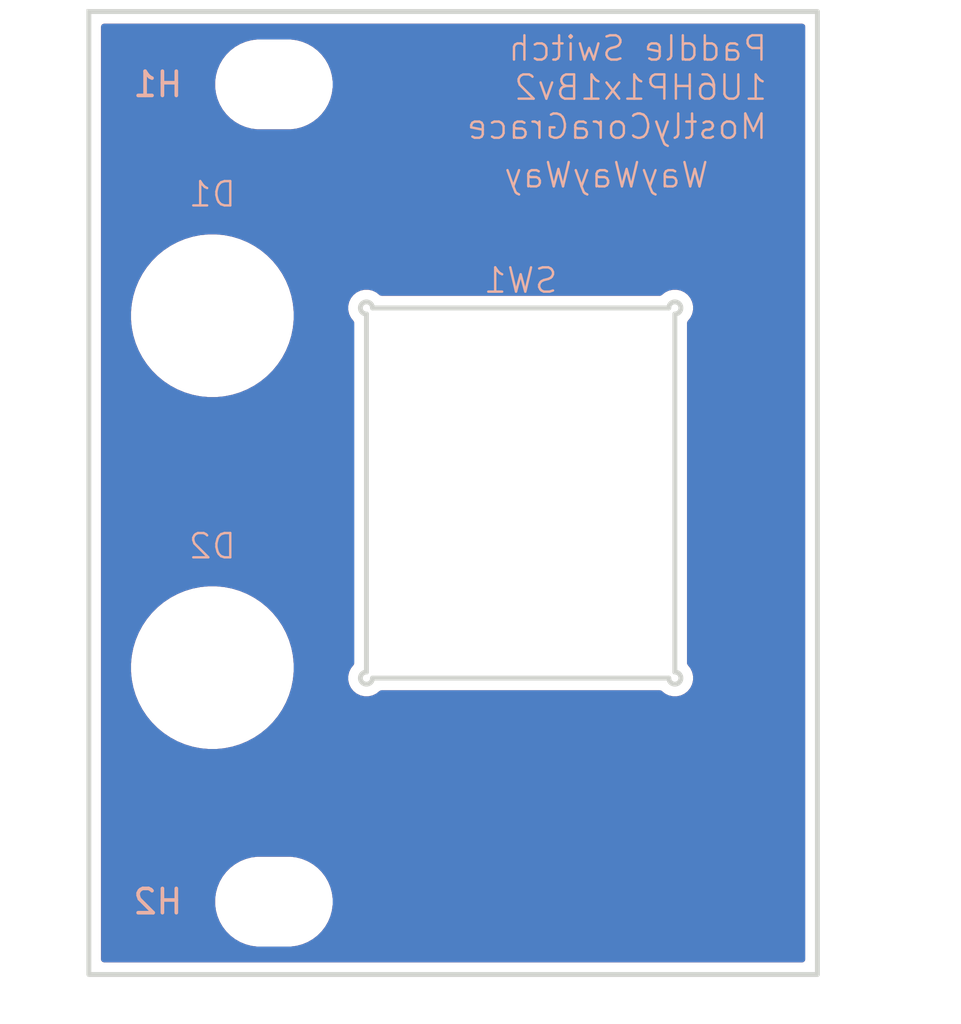
<source format=kicad_pcb>
(kicad_pcb (version 20241229) (generator "pcbnew") (generator_version "9.0")
  (layers (0 "F.Cu" signal) (2 "B.Cu" signal) (13 "F.Paste" user) (15 "B.Paste" user) (5 "F.SilkS" user "F.Silkscreen") (7 "B.SilkS" user "B.Silkscreen") (1 "F.Mask" user) (3 "B.Mask" user) (25 "Edge.Cuts" user))
  (net 0 "")
  (footprint "EXC:6mm_Panel_Mount_LED" (layer "F.Cu") (at 5.084 29.44)
    (property "Reference" "D2" (at 0 -5 0) (layer "B.SilkS") (effects (font (thickness 0.1)) (justify mirror)))
    (property "Value" "6mm_Panel_Mount_LED")
    (pad "" np_thru_hole circle (at 0 0) (size 6.2 6.2) (drill 6.2) (layers "*.Cu" "*.Mask"))
  )
  (footprint "EXC:MountingHole_3.2mm_M3" (layer "F.Cu") (at 7.62 39.075)
    (property "Reference" "H2" (at -3.683 0 0) (layer "B.SilkS") (effects (justify left mirror)))
    (property "Value" "Eurorack_M3_MountingHole")
    (pad "" np_thru_hole oval (at 0 0) (size 4.34 3.2) (drill oval 4.34 3.2) (layers "*.Cu" "*.Mask"))
  )
  (footprint "EXC:SW_DPDT_p5xp6i_Panel_Mount_Paddle_Switch_A" (layer "F.Cu") (at 17.78 22.25)
    (property "Reference" "SW1" (at 0 -8.75 0) (layer "B.SilkS") (effects (font (thickness 0.1)) (justify mirror)))
    (property "Value" "SW_DPDT-p5xp6i_Panel_Mount_Paddle_Switch_A")
    (fp_line (start -6.349999 -7.37) (end -6.35 7.37) (stroke (width 0.2)) (layer "Edge.Cuts"))
    (fp_line (start -6.1 7.619999) (end 6.1 7.62) (stroke (width 0.2)) (layer "Edge.Cuts"))
    (fp_line (start 6.1 -7.62) (end -6.1 -7.62) (stroke (width 0.2)) (layer "Edge.Cuts"))
    (fp_line (start 6.35 7.37) (end 6.35 -7.37) (stroke (width 0.2)) (layer "Edge.Cuts"))
    (fp_arc (start -6.35 -7.37) (mid -6.526777 -7.796777) (end -6.1 -7.62) (stroke (width 0.2)) (layer "Edge.Cuts"))
    (fp_arc (start -6.1 7.62) (mid -6.526777 7.796777) (end -6.35 7.37) (stroke (width 0.2)) (layer "Edge.Cuts"))
    (fp_arc (start 6.1 -7.62) (mid 6.526777 -7.796777) (end 6.35 -7.37) (stroke (width 0.2)) (layer "Edge.Cuts"))
    (fp_arc (start 6.35 7.37) (mid 6.526777 7.796777) (end 6.1 7.62) (stroke (width 0.2)) (layer "Edge.Cuts"))
  )
  (footprint "EXC:6mm_Panel_Mount_LED" (layer "F.Cu") (at 5.084 14.95)
    (property "Reference" "D1" (at 0 -5 0) (layer "B.SilkS") (effects (font (thickness 0.1)) (justify mirror)))
    (property "Value" "6mm_Panel_Mount_LED")
    (pad "" np_thru_hole circle (at 0 0) (size 6.2 6.2) (drill 6.2) (layers "*.Cu" "*.Mask"))
  )
  (footprint "EXC:MountingHole_3.2mm_M3" (layer "F.Cu") (at 7.62 5.425)
    (property "Reference" "H1" (at -3.683 0 0) (layer "B.SilkS") (effects (justify left mirror)))
    (property "Value" "Eurorack_M3_MountingHole")
    (pad "" np_thru_hole oval (at 0 0) (size 4.34 3.2) (drill oval 4.34 3.2) (layers "*.Cu" "*.Mask"))
  )
  (gr_rect (start 0 2.425) (end 30 42.075) (stroke (width 0.2)) (fill no) (layer "Edge.Cuts"))
  (gr_text "WayWayWay" (at 25.59 9.75 0) (layer "B.SilkS") (effects (font (size 1 1) (thickness 0.1)) (justify left bottom mirror)))
  (gr_text "Paddle Switch\n1U6HP1x1Bv2\nMostlyCoraGrace" (at 28 7.75 0) (layer "B.SilkS") (effects (font (size 1 1) (thickness 0.1)) (justify left bottom mirror)))
  (zone (net 0) (net_name "") (layers "F.Cu" "B.Cu") (connect_pads (clearance 0.5)) (min_thickness 0.25) (fill yes (thermal_gap 0.5) (thermal_bridge_width 0.5) (island_removal_mode 1) (island_area_min 10))
    (polygon (pts (xy 0 2.425) (xy 30 2.425) (xy 30 42.075) (xy 0 42.075)))
  )
)
</source>
